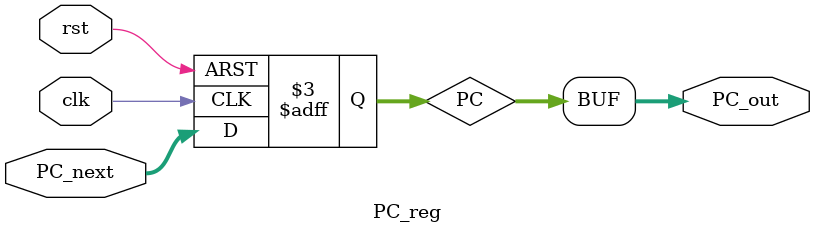
<source format=v>
module PC_reg #(parameter instr_MEM_width = 256) (
    input       wire                                            clk,
    input       wire                                            rst,
    input       wire        [$clog2(instr_MEM_width)-1:0]       PC_next,
    output      wire        [$clog2(instr_MEM_width)-1:0]       PC_out
);


reg        [$clog2(instr_MEM_width)-1:0]   PC;


assign PC_out = PC;


always @(posedge clk or negedge rst) begin
    if (!rst) begin
        PC <= 0;
    end
    else begin
        PC <= PC_next;
    end
end
    
endmodule
</source>
